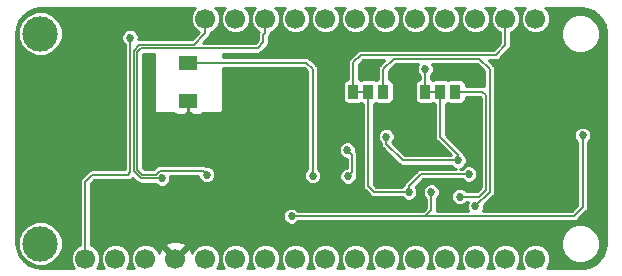
<source format=gbl>
G04 #@! TF.GenerationSoftware,KiCad,Pcbnew,(5.0.0-rc2-dev-444-g2974a2c10)*
G04 #@! TF.CreationDate,2019-11-26T22:46:32-08:00*
G04 #@! TF.ProjectId,Stemma_Host_FeatherWing,5374656D6D615F486F73745F46656174,v01*
G04 #@! TF.SameCoordinates,Original*
G04 #@! TF.FileFunction,Copper,L2,Bot,Signal*
G04 #@! TF.FilePolarity,Positive*
%FSLAX46Y46*%
G04 Gerber Fmt 4.6, Leading zero omitted, Abs format (unit mm)*
G04 Created by KiCad (PCBNEW (5.0.0-rc2-dev-444-g2974a2c10)) date 11/26/19 22:46:32*
%MOMM*%
%LPD*%
G01*
G04 APERTURE LIST*
%ADD10R,0.970000X1.270000*%
%ADD11C,1.700000*%
%ADD12C,3.000000*%
%ADD13R,1.600000X1.200000*%
%ADD14C,0.685800*%
%ADD15C,0.152400*%
%ADD16C,0.254000*%
G04 APERTURE END LIST*
D10*
X136398000Y-91059000D03*
X137668000Y-91059000D03*
X138938000Y-91059000D03*
X145034000Y-91059000D03*
X143764000Y-91059000D03*
X142494000Y-91059000D03*
D11*
X113715001Y-105206001D03*
X116255001Y-105206001D03*
X118795001Y-105206001D03*
X121335001Y-105206001D03*
X123875001Y-105206001D03*
X126415001Y-105206001D03*
X128955001Y-105206001D03*
X131495001Y-105206001D03*
X134035001Y-105206001D03*
X136575001Y-105206001D03*
X139115001Y-105206001D03*
X141655001Y-105206001D03*
X144195001Y-105206001D03*
X146735001Y-105206001D03*
X149275001Y-105206001D03*
X151815001Y-105206001D03*
X123875001Y-84886001D03*
X126415001Y-84886001D03*
X128955001Y-84886001D03*
X131495001Y-84886001D03*
X134035001Y-84886001D03*
X136575001Y-84886001D03*
X139115001Y-84886001D03*
X141655001Y-84886001D03*
X144195001Y-84886001D03*
X146735001Y-84886001D03*
X149275001Y-84886001D03*
X151815001Y-84886001D03*
D12*
X109905001Y-103936001D03*
X109905001Y-86156001D03*
D13*
X122428000Y-91824000D03*
X122428000Y-88624000D03*
D14*
X141097000Y-99568000D03*
X146177000Y-98044000D03*
X139192000Y-94869000D03*
X145269000Y-96882000D03*
X142494000Y-89154000D03*
X135890000Y-96012000D03*
X135951000Y-98232000D03*
X131182254Y-101608746D03*
X155829000Y-94750000D03*
X143002000Y-99568000D03*
X146748501Y-100774499D03*
X145415000Y-99949000D03*
X147955000Y-102870000D03*
X150622000Y-102870000D03*
X140843000Y-92964000D03*
X146400000Y-89550000D03*
X150622000Y-86868000D03*
X113030000Y-85590000D03*
X113030000Y-102870000D03*
X153289000Y-87884000D03*
X153289000Y-102870000D03*
X121666000Y-85590000D03*
X127900000Y-97800000D03*
X146550000Y-96550000D03*
X137600000Y-89000000D03*
X125200000Y-86400000D03*
X132969000Y-98171000D03*
X120200000Y-98400000D03*
X123995190Y-98095190D03*
X117495190Y-86500000D03*
D15*
X145692067Y-98044000D02*
X146177000Y-98044000D01*
X142136067Y-98044000D02*
X145692067Y-98044000D01*
X141097000Y-99083067D02*
X142136067Y-98044000D01*
X141097000Y-99568000D02*
X141097000Y-99083067D01*
X141097000Y-99568000D02*
X138176000Y-99568000D01*
X137668000Y-99060000D02*
X137668000Y-91059000D01*
X138176000Y-99568000D02*
X137668000Y-99060000D01*
X139192000Y-95504000D02*
X139192000Y-94869000D01*
X140570000Y-96882000D02*
X139192000Y-95504000D01*
X145269000Y-96882000D02*
X140570000Y-96882000D01*
X143764000Y-91846400D02*
X143764000Y-91059000D01*
X143764000Y-94892067D02*
X143764000Y-91846400D01*
X145269000Y-96397067D02*
X143764000Y-94892067D01*
X145269000Y-96882000D02*
X145269000Y-96397067D01*
X142494000Y-91059000D02*
X142494000Y-90271600D01*
X142494000Y-90271600D02*
X142494000Y-89154000D01*
X142494000Y-89154000D02*
X142494000Y-89154000D01*
X136232899Y-96354899D02*
X135890000Y-96012000D01*
X136293899Y-96415899D02*
X136232899Y-96354899D01*
X136293899Y-97889101D02*
X136293899Y-96415899D01*
X135951000Y-98232000D02*
X136293899Y-97889101D01*
X131173508Y-101600000D02*
X131182254Y-101608746D01*
X155829000Y-95758000D02*
X155829000Y-95758000D01*
X155829000Y-95758000D02*
X155829000Y-98679000D01*
X131667187Y-101608746D02*
X131675933Y-101600000D01*
X131182254Y-101608746D02*
X131667187Y-101608746D01*
X131675933Y-101600000D02*
X142494000Y-101600000D01*
X142494000Y-101600000D02*
X143002000Y-101092000D01*
X143002000Y-101092000D02*
X143002000Y-99568000D01*
X142494000Y-101600000D02*
X155067000Y-101600000D01*
X155829000Y-100838000D02*
X155829000Y-95758000D01*
X155067000Y-101600000D02*
X155829000Y-100838000D01*
X146748501Y-100774499D02*
X146748501Y-100774499D01*
X138938000Y-89154000D02*
X138938000Y-91059000D01*
X139827000Y-88265000D02*
X138938000Y-89154000D01*
X147066000Y-88265000D02*
X139827000Y-88265000D01*
X147955000Y-89154000D02*
X147066000Y-88265000D01*
X147955000Y-99568000D02*
X147955000Y-89154000D01*
X146748501Y-100774499D02*
X147955000Y-99568000D01*
X145034000Y-91059000D02*
X145671400Y-91059000D01*
X147320000Y-91059000D02*
X147650190Y-91389190D01*
X145671400Y-91059000D02*
X147320000Y-91059000D01*
X147650190Y-91389190D02*
X147650190Y-99314000D01*
X147650190Y-99314000D02*
X147650190Y-99364810D01*
X147650190Y-99364810D02*
X147066000Y-99949000D01*
X147066000Y-99949000D02*
X145415000Y-99949000D01*
X145415000Y-99949000D02*
X145415000Y-99949000D01*
D16*
X122428000Y-91824000D02*
X122428000Y-92928000D01*
D15*
X136398000Y-91059000D02*
X137668000Y-91059000D01*
X149275001Y-87145379D02*
X149275001Y-84886001D01*
X148460190Y-87960190D02*
X149275001Y-87145379D01*
X137039810Y-87960190D02*
X148460190Y-87960190D01*
X136398000Y-88602000D02*
X137039810Y-87960190D01*
X136398000Y-91059000D02*
X136398000Y-88602000D01*
X142494000Y-91059000D02*
X143764000Y-91059000D01*
X155829000Y-95758000D02*
X155829000Y-94750000D01*
X132439000Y-88624000D02*
X122428000Y-88624000D01*
X132969000Y-98171000D02*
X132969000Y-89154000D01*
X132969000Y-89154000D02*
X132439000Y-88624000D01*
X123875001Y-86088082D02*
X123800000Y-86163083D01*
X123875001Y-84886001D02*
X123875001Y-86088082D01*
X123800000Y-86163083D02*
X123800000Y-86200000D01*
X123800000Y-86200000D02*
X122900000Y-87100000D01*
X122900000Y-87100000D02*
X118300000Y-87100000D01*
X118300000Y-87100000D02*
X117800000Y-87600000D01*
X117800000Y-87600000D02*
X117800000Y-97800000D01*
X117800000Y-97800000D02*
X118400000Y-98400000D01*
X118400000Y-98400000D02*
X120200000Y-98400000D01*
X120200000Y-98400000D02*
X120200000Y-98400000D01*
X128955001Y-86088082D02*
X128800000Y-86243083D01*
X128955001Y-84886001D02*
X128955001Y-86088082D01*
X128800000Y-86243083D02*
X128800000Y-86900000D01*
X128295190Y-87404810D02*
X118426256Y-87404810D01*
X128800000Y-86900000D02*
X128295190Y-87404810D01*
X118104810Y-87726256D02*
X118104810Y-97673744D01*
X118426256Y-87404810D02*
X118104810Y-87726256D01*
X118104810Y-97673744D02*
X118526256Y-98095190D01*
X123995190Y-98095190D02*
X123995190Y-98095190D01*
X123652291Y-97752291D02*
X123995190Y-98095190D01*
X120001887Y-97752291D02*
X123652291Y-97752291D01*
X119658988Y-98095190D02*
X120001887Y-97752291D01*
X118526256Y-98095190D02*
X119658988Y-98095190D01*
X113715001Y-105206001D02*
X113715001Y-98684999D01*
X113715001Y-98684999D02*
X114300000Y-98100000D01*
X117300000Y-98100000D02*
X117495190Y-97904810D01*
X114300000Y-98100000D02*
X117300000Y-98100000D01*
X117495190Y-97904810D02*
X117495190Y-86500000D01*
X117495190Y-86500000D02*
X117495190Y-86495190D01*
D16*
G36*
X130451409Y-84188695D02*
X130264001Y-84641140D01*
X130264001Y-85130862D01*
X130451409Y-85583307D01*
X130797695Y-85929593D01*
X131250140Y-86117001D01*
X131739862Y-86117001D01*
X132192307Y-85929593D01*
X132538593Y-85583307D01*
X132726001Y-85130862D01*
X132726001Y-84641140D01*
X132538593Y-84188695D01*
X132346898Y-83997000D01*
X133183104Y-83997000D01*
X132991409Y-84188695D01*
X132804001Y-84641140D01*
X132804001Y-85130862D01*
X132991409Y-85583307D01*
X133337695Y-85929593D01*
X133790140Y-86117001D01*
X134279862Y-86117001D01*
X134732307Y-85929593D01*
X135078593Y-85583307D01*
X135266001Y-85130862D01*
X135266001Y-84641140D01*
X135078593Y-84188695D01*
X134886898Y-83997000D01*
X135723104Y-83997000D01*
X135531409Y-84188695D01*
X135344001Y-84641140D01*
X135344001Y-85130862D01*
X135531409Y-85583307D01*
X135877695Y-85929593D01*
X136330140Y-86117001D01*
X136819862Y-86117001D01*
X137272307Y-85929593D01*
X137618593Y-85583307D01*
X137806001Y-85130862D01*
X137806001Y-84641140D01*
X137618593Y-84188695D01*
X137426898Y-83997000D01*
X138263104Y-83997000D01*
X138071409Y-84188695D01*
X137884001Y-84641140D01*
X137884001Y-85130862D01*
X138071409Y-85583307D01*
X138417695Y-85929593D01*
X138870140Y-86117001D01*
X139359862Y-86117001D01*
X139812307Y-85929593D01*
X140158593Y-85583307D01*
X140346001Y-85130862D01*
X140346001Y-84641140D01*
X140158593Y-84188695D01*
X139966898Y-83997000D01*
X140803104Y-83997000D01*
X140611409Y-84188695D01*
X140424001Y-84641140D01*
X140424001Y-85130862D01*
X140611409Y-85583307D01*
X140957695Y-85929593D01*
X141410140Y-86117001D01*
X141899862Y-86117001D01*
X142352307Y-85929593D01*
X142698593Y-85583307D01*
X142886001Y-85130862D01*
X142886001Y-84641140D01*
X142698593Y-84188695D01*
X142506898Y-83997000D01*
X143343104Y-83997000D01*
X143151409Y-84188695D01*
X142964001Y-84641140D01*
X142964001Y-85130862D01*
X143151409Y-85583307D01*
X143497695Y-85929593D01*
X143950140Y-86117001D01*
X144439862Y-86117001D01*
X144892307Y-85929593D01*
X145238593Y-85583307D01*
X145426001Y-85130862D01*
X145426001Y-84641140D01*
X145238593Y-84188695D01*
X145046898Y-83997000D01*
X145883104Y-83997000D01*
X145691409Y-84188695D01*
X145504001Y-84641140D01*
X145504001Y-85130862D01*
X145691409Y-85583307D01*
X146037695Y-85929593D01*
X146490140Y-86117001D01*
X146979862Y-86117001D01*
X147432307Y-85929593D01*
X147778593Y-85583307D01*
X147966001Y-85130862D01*
X147966001Y-84641140D01*
X147778593Y-84188695D01*
X147586898Y-83997000D01*
X148423104Y-83997000D01*
X148231409Y-84188695D01*
X148044001Y-84641140D01*
X148044001Y-85130862D01*
X148231409Y-85583307D01*
X148577695Y-85929593D01*
X148817801Y-86029048D01*
X148817801Y-86956000D01*
X148270812Y-87502990D01*
X137084838Y-87502990D01*
X137039809Y-87494033D01*
X136994780Y-87502990D01*
X136861419Y-87529517D01*
X136710187Y-87630567D01*
X136684678Y-87668744D01*
X136106552Y-88246870D01*
X136068378Y-88272377D01*
X136042871Y-88310551D01*
X136042870Y-88310552D01*
X135967327Y-88423610D01*
X135931843Y-88602000D01*
X135940801Y-88647035D01*
X135940800Y-90035536D01*
X135913000Y-90035536D01*
X135764341Y-90065106D01*
X135638314Y-90149314D01*
X135554106Y-90275341D01*
X135524536Y-90424000D01*
X135524536Y-91694000D01*
X135554106Y-91842659D01*
X135638314Y-91968686D01*
X135764341Y-92052894D01*
X135913000Y-92082464D01*
X136883000Y-92082464D01*
X137031659Y-92052894D01*
X137033000Y-92051998D01*
X137034341Y-92052894D01*
X137183000Y-92082464D01*
X137210801Y-92082464D01*
X137210800Y-99014970D01*
X137201843Y-99060000D01*
X137210800Y-99105029D01*
X137237327Y-99238390D01*
X137338377Y-99389623D01*
X137376554Y-99415132D01*
X137820868Y-99859446D01*
X137846377Y-99897623D01*
X137997609Y-99998673D01*
X138130970Y-100025200D01*
X138130974Y-100025200D01*
X138175999Y-100034156D01*
X138221024Y-100025200D01*
X140530451Y-100025200D01*
X140686944Y-100181693D01*
X140953007Y-100291900D01*
X141240993Y-100291900D01*
X141507056Y-100181693D01*
X141710693Y-99978056D01*
X141820900Y-99711993D01*
X141820900Y-99424007D01*
X141710693Y-99157944D01*
X141689697Y-99136948D01*
X142325445Y-98501200D01*
X145610451Y-98501200D01*
X145766944Y-98657693D01*
X146033007Y-98767900D01*
X146320993Y-98767900D01*
X146587056Y-98657693D01*
X146790693Y-98454056D01*
X146900900Y-98187993D01*
X146900900Y-97900007D01*
X146790693Y-97633944D01*
X146587056Y-97430307D01*
X146320993Y-97320100D01*
X146033007Y-97320100D01*
X145766944Y-97430307D01*
X145610451Y-97586800D01*
X145459104Y-97586800D01*
X145679056Y-97495693D01*
X145882693Y-97292056D01*
X145992900Y-97025993D01*
X145992900Y-96738007D01*
X145882693Y-96471944D01*
X145717115Y-96306366D01*
X145709545Y-96268307D01*
X145699673Y-96218676D01*
X145598623Y-96067444D01*
X145560446Y-96041935D01*
X144221200Y-94702689D01*
X144221200Y-92082464D01*
X144249000Y-92082464D01*
X144397659Y-92052894D01*
X144399000Y-92051998D01*
X144400341Y-92052894D01*
X144549000Y-92082464D01*
X145519000Y-92082464D01*
X145667659Y-92052894D01*
X145793686Y-91968686D01*
X145877894Y-91842659D01*
X145907464Y-91694000D01*
X145907464Y-91516200D01*
X147130622Y-91516200D01*
X147192990Y-91578569D01*
X147192991Y-99175431D01*
X146876622Y-99491800D01*
X145981549Y-99491800D01*
X145825056Y-99335307D01*
X145558993Y-99225100D01*
X145271007Y-99225100D01*
X145004944Y-99335307D01*
X144801307Y-99538944D01*
X144691100Y-99805007D01*
X144691100Y-100092993D01*
X144801307Y-100359056D01*
X145004944Y-100562693D01*
X145271007Y-100672900D01*
X145558993Y-100672900D01*
X145825056Y-100562693D01*
X145981549Y-100406200D01*
X146117512Y-100406200D01*
X146024601Y-100630506D01*
X146024601Y-100918492D01*
X146117512Y-101142800D01*
X143458052Y-101142800D01*
X143459200Y-101137030D01*
X143459200Y-101137026D01*
X143468156Y-101092001D01*
X143459200Y-101046976D01*
X143459200Y-100134549D01*
X143615693Y-99978056D01*
X143725900Y-99711993D01*
X143725900Y-99424007D01*
X143615693Y-99157944D01*
X143412056Y-98954307D01*
X143145993Y-98844100D01*
X142858007Y-98844100D01*
X142591944Y-98954307D01*
X142388307Y-99157944D01*
X142278100Y-99424007D01*
X142278100Y-99711993D01*
X142388307Y-99978056D01*
X142544801Y-100134550D01*
X142544800Y-100902622D01*
X142304622Y-101142800D01*
X131740057Y-101142800D01*
X131592310Y-100995053D01*
X131326247Y-100884846D01*
X131038261Y-100884846D01*
X130772198Y-100995053D01*
X130568561Y-101198690D01*
X130458354Y-101464753D01*
X130458354Y-101752739D01*
X130568561Y-102018802D01*
X130772198Y-102222439D01*
X131038261Y-102332646D01*
X131326247Y-102332646D01*
X131592310Y-102222439D01*
X131757549Y-102057200D01*
X142448970Y-102057200D01*
X142494000Y-102066157D01*
X142539030Y-102057200D01*
X155021970Y-102057200D01*
X155067000Y-102066157D01*
X155112030Y-102057200D01*
X155245391Y-102030673D01*
X155396623Y-101929623D01*
X155422132Y-101891446D01*
X156120449Y-101193130D01*
X156158623Y-101167623D01*
X156259673Y-101016391D01*
X156286200Y-100883030D01*
X156286200Y-100883029D01*
X156295157Y-100838000D01*
X156286200Y-100792970D01*
X156286200Y-95803029D01*
X156295157Y-95758000D01*
X156286200Y-95712970D01*
X156286200Y-95316549D01*
X156442693Y-95160056D01*
X156552900Y-94893993D01*
X156552900Y-94606007D01*
X156442693Y-94339944D01*
X156239056Y-94136307D01*
X155972993Y-94026100D01*
X155685007Y-94026100D01*
X155418944Y-94136307D01*
X155215307Y-94339944D01*
X155105100Y-94606007D01*
X155105100Y-94893993D01*
X155215307Y-95160056D01*
X155371800Y-95316549D01*
X155371800Y-95712969D01*
X155362843Y-95758000D01*
X155371800Y-95803029D01*
X155371801Y-97237130D01*
X155371800Y-100648621D01*
X154877622Y-101142800D01*
X147379490Y-101142800D01*
X147472401Y-100918492D01*
X147472401Y-100697177D01*
X148246450Y-99923129D01*
X148284623Y-99897623D01*
X148385673Y-99746391D01*
X148412200Y-99613030D01*
X148412200Y-99613029D01*
X148421157Y-99568001D01*
X148412200Y-99522970D01*
X148412200Y-89199030D01*
X148421157Y-89154000D01*
X148385673Y-88975609D01*
X148310130Y-88862551D01*
X148284623Y-88824377D01*
X148246449Y-88798870D01*
X147864969Y-88417390D01*
X148415160Y-88417390D01*
X148460190Y-88426347D01*
X148505220Y-88417390D01*
X148638581Y-88390863D01*
X148789813Y-88289813D01*
X148815322Y-88251636D01*
X149566450Y-87500509D01*
X149604624Y-87475002D01*
X149705674Y-87323770D01*
X149732201Y-87190409D01*
X149732201Y-87190408D01*
X149741158Y-87145379D01*
X149732201Y-87100349D01*
X149732201Y-86029048D01*
X149972307Y-85929593D01*
X150318593Y-85583307D01*
X150506001Y-85130862D01*
X150506001Y-84641140D01*
X150318593Y-84188695D01*
X150126898Y-83997000D01*
X150963104Y-83997000D01*
X150771409Y-84188695D01*
X150584001Y-84641140D01*
X150584001Y-85130862D01*
X150771409Y-85583307D01*
X151117695Y-85929593D01*
X151570140Y-86117001D01*
X152059862Y-86117001D01*
X152512307Y-85929593D01*
X152610325Y-85831575D01*
X153994001Y-85831575D01*
X153994001Y-86480427D01*
X154242306Y-87079888D01*
X154701114Y-87538696D01*
X155300575Y-87787001D01*
X155949427Y-87787001D01*
X156548888Y-87538696D01*
X157007696Y-87079888D01*
X157256001Y-86480427D01*
X157256001Y-85831575D01*
X157007696Y-85232114D01*
X156548888Y-84773306D01*
X155949427Y-84525001D01*
X155300575Y-84525001D01*
X154701114Y-84773306D01*
X154242306Y-85232114D01*
X153994001Y-85831575D01*
X152610325Y-85831575D01*
X152858593Y-85583307D01*
X153046001Y-85130862D01*
X153046001Y-84641140D01*
X152858593Y-84188695D01*
X152666898Y-83997000D01*
X155674887Y-83997000D01*
X156225631Y-84066575D01*
X156716370Y-84260872D01*
X157143366Y-84571103D01*
X157479797Y-84977779D01*
X157704520Y-85455340D01*
X157807267Y-85993957D01*
X157811001Y-86112792D01*
X157811000Y-103858887D01*
X157741425Y-104409632D01*
X157547128Y-104900369D01*
X157236899Y-105327364D01*
X156830222Y-105663796D01*
X156352660Y-105888520D01*
X155814043Y-105991267D01*
X155695240Y-105995000D01*
X152766900Y-105995000D01*
X152858593Y-105903307D01*
X153046001Y-105450862D01*
X153046001Y-104961140D01*
X152858593Y-104508695D01*
X152512307Y-104162409D01*
X152059862Y-103975001D01*
X151570140Y-103975001D01*
X151117695Y-104162409D01*
X150771409Y-104508695D01*
X150584001Y-104961140D01*
X150584001Y-105450862D01*
X150771409Y-105903307D01*
X150863102Y-105995000D01*
X150226900Y-105995000D01*
X150318593Y-105903307D01*
X150506001Y-105450862D01*
X150506001Y-104961140D01*
X150318593Y-104508695D01*
X149972307Y-104162409D01*
X149519862Y-103975001D01*
X149030140Y-103975001D01*
X148577695Y-104162409D01*
X148231409Y-104508695D01*
X148044001Y-104961140D01*
X148044001Y-105450862D01*
X148231409Y-105903307D01*
X148323102Y-105995000D01*
X147686900Y-105995000D01*
X147778593Y-105903307D01*
X147966001Y-105450862D01*
X147966001Y-104961140D01*
X147778593Y-104508695D01*
X147432307Y-104162409D01*
X146979862Y-103975001D01*
X146490140Y-103975001D01*
X146037695Y-104162409D01*
X145691409Y-104508695D01*
X145504001Y-104961140D01*
X145504001Y-105450862D01*
X145691409Y-105903307D01*
X145783102Y-105995000D01*
X145146900Y-105995000D01*
X145238593Y-105903307D01*
X145426001Y-105450862D01*
X145426001Y-104961140D01*
X145238593Y-104508695D01*
X144892307Y-104162409D01*
X144439862Y-103975001D01*
X143950140Y-103975001D01*
X143497695Y-104162409D01*
X143151409Y-104508695D01*
X142964001Y-104961140D01*
X142964001Y-105450862D01*
X143151409Y-105903307D01*
X143243102Y-105995000D01*
X142606900Y-105995000D01*
X142698593Y-105903307D01*
X142886001Y-105450862D01*
X142886001Y-104961140D01*
X142698593Y-104508695D01*
X142352307Y-104162409D01*
X141899862Y-103975001D01*
X141410140Y-103975001D01*
X140957695Y-104162409D01*
X140611409Y-104508695D01*
X140424001Y-104961140D01*
X140424001Y-105450862D01*
X140611409Y-105903307D01*
X140703102Y-105995000D01*
X140066900Y-105995000D01*
X140158593Y-105903307D01*
X140346001Y-105450862D01*
X140346001Y-104961140D01*
X140158593Y-104508695D01*
X139812307Y-104162409D01*
X139359862Y-103975001D01*
X138870140Y-103975001D01*
X138417695Y-104162409D01*
X138071409Y-104508695D01*
X137884001Y-104961140D01*
X137884001Y-105450862D01*
X138071409Y-105903307D01*
X138163102Y-105995000D01*
X137526900Y-105995000D01*
X137618593Y-105903307D01*
X137806001Y-105450862D01*
X137806001Y-104961140D01*
X137618593Y-104508695D01*
X137272307Y-104162409D01*
X136819862Y-103975001D01*
X136330140Y-103975001D01*
X135877695Y-104162409D01*
X135531409Y-104508695D01*
X135344001Y-104961140D01*
X135344001Y-105450862D01*
X135531409Y-105903307D01*
X135623102Y-105995000D01*
X134986900Y-105995000D01*
X135078593Y-105903307D01*
X135266001Y-105450862D01*
X135266001Y-104961140D01*
X135078593Y-104508695D01*
X134732307Y-104162409D01*
X134279862Y-103975001D01*
X133790140Y-103975001D01*
X133337695Y-104162409D01*
X132991409Y-104508695D01*
X132804001Y-104961140D01*
X132804001Y-105450862D01*
X132991409Y-105903307D01*
X133083102Y-105995000D01*
X132446900Y-105995000D01*
X132538593Y-105903307D01*
X132726001Y-105450862D01*
X132726001Y-104961140D01*
X132538593Y-104508695D01*
X132192307Y-104162409D01*
X131739862Y-103975001D01*
X131250140Y-103975001D01*
X130797695Y-104162409D01*
X130451409Y-104508695D01*
X130264001Y-104961140D01*
X130264001Y-105450862D01*
X130451409Y-105903307D01*
X130543102Y-105995000D01*
X129906900Y-105995000D01*
X129998593Y-105903307D01*
X130186001Y-105450862D01*
X130186001Y-104961140D01*
X129998593Y-104508695D01*
X129652307Y-104162409D01*
X129199862Y-103975001D01*
X128710140Y-103975001D01*
X128257695Y-104162409D01*
X127911409Y-104508695D01*
X127724001Y-104961140D01*
X127724001Y-105450862D01*
X127911409Y-105903307D01*
X128003102Y-105995000D01*
X127366900Y-105995000D01*
X127458593Y-105903307D01*
X127646001Y-105450862D01*
X127646001Y-104961140D01*
X127458593Y-104508695D01*
X127112307Y-104162409D01*
X126659862Y-103975001D01*
X126170140Y-103975001D01*
X125717695Y-104162409D01*
X125371409Y-104508695D01*
X125184001Y-104961140D01*
X125184001Y-105450862D01*
X125371409Y-105903307D01*
X125463102Y-105995000D01*
X124826900Y-105995000D01*
X124918593Y-105903307D01*
X125106001Y-105450862D01*
X125106001Y-104961140D01*
X124918593Y-104508695D01*
X124572307Y-104162409D01*
X124119862Y-103975001D01*
X123630140Y-103975001D01*
X123177695Y-104162409D01*
X122831409Y-104508695D01*
X122748806Y-104708117D01*
X122630260Y-104421921D01*
X122378959Y-104341648D01*
X121514606Y-105206001D01*
X121528749Y-105220144D01*
X121349144Y-105399749D01*
X121335001Y-105385606D01*
X121320859Y-105399749D01*
X121141254Y-105220144D01*
X121155396Y-105206001D01*
X120291043Y-104341648D01*
X120039742Y-104421921D01*
X119929047Y-104727072D01*
X119838593Y-104508695D01*
X119492307Y-104162409D01*
X119491424Y-104162043D01*
X120470648Y-104162043D01*
X121335001Y-105026396D01*
X122199354Y-104162043D01*
X122119081Y-103910742D01*
X121563722Y-103709283D01*
X120973543Y-103735686D01*
X120550921Y-103910742D01*
X120470648Y-104162043D01*
X119491424Y-104162043D01*
X119039862Y-103975001D01*
X118550140Y-103975001D01*
X118097695Y-104162409D01*
X117751409Y-104508695D01*
X117564001Y-104961140D01*
X117564001Y-105450862D01*
X117751409Y-105903307D01*
X117843102Y-105995000D01*
X117206900Y-105995000D01*
X117298593Y-105903307D01*
X117486001Y-105450862D01*
X117486001Y-104961140D01*
X117298593Y-104508695D01*
X116952307Y-104162409D01*
X116499862Y-103975001D01*
X116010140Y-103975001D01*
X115557695Y-104162409D01*
X115211409Y-104508695D01*
X115024001Y-104961140D01*
X115024001Y-105450862D01*
X115211409Y-105903307D01*
X115303102Y-105995000D01*
X114666900Y-105995000D01*
X114758593Y-105903307D01*
X114946001Y-105450862D01*
X114946001Y-104961140D01*
X114758593Y-104508695D01*
X114412307Y-104162409D01*
X114172201Y-104062954D01*
X114172201Y-103611575D01*
X153994001Y-103611575D01*
X153994001Y-104260427D01*
X154242306Y-104859888D01*
X154701114Y-105318696D01*
X155300575Y-105567001D01*
X155949427Y-105567001D01*
X156548888Y-105318696D01*
X157007696Y-104859888D01*
X157256001Y-104260427D01*
X157256001Y-103611575D01*
X157007696Y-103012114D01*
X156548888Y-102553306D01*
X155949427Y-102305001D01*
X155300575Y-102305001D01*
X154701114Y-102553306D01*
X154242306Y-103012114D01*
X153994001Y-103611575D01*
X114172201Y-103611575D01*
X114172201Y-98874377D01*
X114489378Y-98557200D01*
X117254970Y-98557200D01*
X117300000Y-98566157D01*
X117345030Y-98557200D01*
X117478391Y-98530673D01*
X117629623Y-98429623D01*
X117655133Y-98391445D01*
X117700000Y-98346578D01*
X118044870Y-98691449D01*
X118070377Y-98729623D01*
X118204274Y-98819090D01*
X118221609Y-98830673D01*
X118399999Y-98866157D01*
X118445029Y-98857200D01*
X119633451Y-98857200D01*
X119789944Y-99013693D01*
X120056007Y-99123900D01*
X120343993Y-99123900D01*
X120610056Y-99013693D01*
X120813693Y-98810056D01*
X120923900Y-98543993D01*
X120923900Y-98256007D01*
X120904632Y-98209491D01*
X123271290Y-98209491D01*
X123271290Y-98239183D01*
X123381497Y-98505246D01*
X123585134Y-98708883D01*
X123851197Y-98819090D01*
X124139183Y-98819090D01*
X124405246Y-98708883D01*
X124608883Y-98505246D01*
X124719090Y-98239183D01*
X124719090Y-97951197D01*
X124608883Y-97685134D01*
X124405246Y-97481497D01*
X124139183Y-97371290D01*
X123905021Y-97371290D01*
X123830682Y-97321618D01*
X123697321Y-97295091D01*
X123652291Y-97286134D01*
X123607261Y-97295091D01*
X120046915Y-97295091D01*
X120001886Y-97286134D01*
X119956857Y-97295091D01*
X119823496Y-97321618D01*
X119672264Y-97422668D01*
X119646755Y-97460845D01*
X119469610Y-97637990D01*
X118715634Y-97637990D01*
X118562010Y-97484366D01*
X118562010Y-87915634D01*
X118615635Y-87862010D01*
X119511374Y-87862010D01*
X119507000Y-87884000D01*
X119507000Y-92710000D01*
X119516667Y-92758601D01*
X119544197Y-92799803D01*
X119585399Y-92827333D01*
X119634000Y-92837000D01*
X121142974Y-92837000D01*
X121268302Y-92962327D01*
X121501691Y-93059000D01*
X122142250Y-93059000D01*
X122301000Y-92900250D01*
X122301000Y-92837000D01*
X122555000Y-92837000D01*
X122555000Y-92900250D01*
X122713750Y-93059000D01*
X123354309Y-93059000D01*
X123587698Y-92962327D01*
X123713026Y-92837000D01*
X125222000Y-92837000D01*
X125270601Y-92827333D01*
X125311803Y-92799803D01*
X125339333Y-92758601D01*
X125349000Y-92710000D01*
X125349000Y-89081200D01*
X132249622Y-89081200D01*
X132511801Y-89343380D01*
X132511800Y-97604451D01*
X132355307Y-97760944D01*
X132245100Y-98027007D01*
X132245100Y-98314993D01*
X132355307Y-98581056D01*
X132558944Y-98784693D01*
X132825007Y-98894900D01*
X133112993Y-98894900D01*
X133379056Y-98784693D01*
X133582693Y-98581056D01*
X133692900Y-98314993D01*
X133692900Y-98027007D01*
X133582693Y-97760944D01*
X133426200Y-97604451D01*
X133426200Y-95868007D01*
X135166100Y-95868007D01*
X135166100Y-96155993D01*
X135276307Y-96422056D01*
X135479944Y-96625693D01*
X135746007Y-96735900D01*
X135836700Y-96735900D01*
X135836699Y-97508100D01*
X135807007Y-97508100D01*
X135540944Y-97618307D01*
X135337307Y-97821944D01*
X135227100Y-98088007D01*
X135227100Y-98375993D01*
X135337307Y-98642056D01*
X135540944Y-98845693D01*
X135807007Y-98955900D01*
X136094993Y-98955900D01*
X136361056Y-98845693D01*
X136564693Y-98642056D01*
X136674900Y-98375993D01*
X136674900Y-98141831D01*
X136724572Y-98067492D01*
X136751099Y-97934131D01*
X136751099Y-97934130D01*
X136760056Y-97889102D01*
X136751099Y-97844073D01*
X136751099Y-96460928D01*
X136760056Y-96415898D01*
X136724572Y-96237509D01*
X136724572Y-96237508D01*
X136623522Y-96086276D01*
X136613900Y-96079847D01*
X136613900Y-95868007D01*
X136503693Y-95601944D01*
X136300056Y-95398307D01*
X136033993Y-95288100D01*
X135746007Y-95288100D01*
X135479944Y-95398307D01*
X135276307Y-95601944D01*
X135166100Y-95868007D01*
X133426200Y-95868007D01*
X133426200Y-89199029D01*
X133435157Y-89153999D01*
X133399673Y-88975609D01*
X133324130Y-88862551D01*
X133298623Y-88824377D01*
X133260449Y-88798870D01*
X132794132Y-88332554D01*
X132768623Y-88294377D01*
X132617391Y-88193327D01*
X132484030Y-88166800D01*
X132439000Y-88157843D01*
X132393970Y-88166800D01*
X125349000Y-88166800D01*
X125349000Y-87884000D01*
X125344626Y-87862010D01*
X128250160Y-87862010D01*
X128295190Y-87870967D01*
X128340220Y-87862010D01*
X128473581Y-87835483D01*
X128624813Y-87734433D01*
X128650322Y-87696256D01*
X129091449Y-87255130D01*
X129129623Y-87229623D01*
X129230673Y-87078391D01*
X129257200Y-86945030D01*
X129266157Y-86900001D01*
X129257200Y-86854971D01*
X129257200Y-86436029D01*
X129284624Y-86417705D01*
X129385674Y-86266473D01*
X129412201Y-86133112D01*
X129421158Y-86088082D01*
X129412201Y-86043052D01*
X129412201Y-86029048D01*
X129652307Y-85929593D01*
X129998593Y-85583307D01*
X130186001Y-85130862D01*
X130186001Y-84641140D01*
X129998593Y-84188695D01*
X129806898Y-83997000D01*
X130643104Y-83997000D01*
X130451409Y-84188695D01*
X130451409Y-84188695D01*
G37*
X130451409Y-84188695D02*
X130264001Y-84641140D01*
X130264001Y-85130862D01*
X130451409Y-85583307D01*
X130797695Y-85929593D01*
X131250140Y-86117001D01*
X131739862Y-86117001D01*
X132192307Y-85929593D01*
X132538593Y-85583307D01*
X132726001Y-85130862D01*
X132726001Y-84641140D01*
X132538593Y-84188695D01*
X132346898Y-83997000D01*
X133183104Y-83997000D01*
X132991409Y-84188695D01*
X132804001Y-84641140D01*
X132804001Y-85130862D01*
X132991409Y-85583307D01*
X133337695Y-85929593D01*
X133790140Y-86117001D01*
X134279862Y-86117001D01*
X134732307Y-85929593D01*
X135078593Y-85583307D01*
X135266001Y-85130862D01*
X135266001Y-84641140D01*
X135078593Y-84188695D01*
X134886898Y-83997000D01*
X135723104Y-83997000D01*
X135531409Y-84188695D01*
X135344001Y-84641140D01*
X135344001Y-85130862D01*
X135531409Y-85583307D01*
X135877695Y-85929593D01*
X136330140Y-86117001D01*
X136819862Y-86117001D01*
X137272307Y-85929593D01*
X137618593Y-85583307D01*
X137806001Y-85130862D01*
X137806001Y-84641140D01*
X137618593Y-84188695D01*
X137426898Y-83997000D01*
X138263104Y-83997000D01*
X138071409Y-84188695D01*
X137884001Y-84641140D01*
X137884001Y-85130862D01*
X138071409Y-85583307D01*
X138417695Y-85929593D01*
X138870140Y-86117001D01*
X139359862Y-86117001D01*
X139812307Y-85929593D01*
X140158593Y-85583307D01*
X140346001Y-85130862D01*
X140346001Y-84641140D01*
X140158593Y-84188695D01*
X139966898Y-83997000D01*
X140803104Y-83997000D01*
X140611409Y-84188695D01*
X140424001Y-84641140D01*
X140424001Y-85130862D01*
X140611409Y-85583307D01*
X140957695Y-85929593D01*
X141410140Y-86117001D01*
X141899862Y-86117001D01*
X142352307Y-85929593D01*
X142698593Y-85583307D01*
X142886001Y-85130862D01*
X142886001Y-84641140D01*
X142698593Y-84188695D01*
X142506898Y-83997000D01*
X143343104Y-83997000D01*
X143151409Y-84188695D01*
X142964001Y-84641140D01*
X142964001Y-85130862D01*
X143151409Y-85583307D01*
X143497695Y-85929593D01*
X143950140Y-86117001D01*
X144439862Y-86117001D01*
X144892307Y-85929593D01*
X145238593Y-85583307D01*
X145426001Y-85130862D01*
X145426001Y-84641140D01*
X145238593Y-84188695D01*
X145046898Y-83997000D01*
X145883104Y-83997000D01*
X145691409Y-84188695D01*
X145504001Y-84641140D01*
X145504001Y-85130862D01*
X145691409Y-85583307D01*
X146037695Y-85929593D01*
X146490140Y-86117001D01*
X146979862Y-86117001D01*
X147432307Y-85929593D01*
X147778593Y-85583307D01*
X147966001Y-85130862D01*
X147966001Y-84641140D01*
X147778593Y-84188695D01*
X147586898Y-83997000D01*
X148423104Y-83997000D01*
X148231409Y-84188695D01*
X148044001Y-84641140D01*
X148044001Y-85130862D01*
X148231409Y-85583307D01*
X148577695Y-85929593D01*
X148817801Y-86029048D01*
X148817801Y-86956000D01*
X148270812Y-87502990D01*
X137084838Y-87502990D01*
X137039809Y-87494033D01*
X136994780Y-87502990D01*
X136861419Y-87529517D01*
X136710187Y-87630567D01*
X136684678Y-87668744D01*
X136106552Y-88246870D01*
X136068378Y-88272377D01*
X136042871Y-88310551D01*
X136042870Y-88310552D01*
X135967327Y-88423610D01*
X135931843Y-88602000D01*
X135940801Y-88647035D01*
X135940800Y-90035536D01*
X135913000Y-90035536D01*
X135764341Y-90065106D01*
X135638314Y-90149314D01*
X135554106Y-90275341D01*
X135524536Y-90424000D01*
X135524536Y-91694000D01*
X135554106Y-91842659D01*
X135638314Y-91968686D01*
X135764341Y-92052894D01*
X135913000Y-92082464D01*
X136883000Y-92082464D01*
X137031659Y-92052894D01*
X137033000Y-92051998D01*
X137034341Y-92052894D01*
X137183000Y-92082464D01*
X137210801Y-92082464D01*
X137210800Y-99014970D01*
X137201843Y-99060000D01*
X137210800Y-99105029D01*
X137237327Y-99238390D01*
X137338377Y-99389623D01*
X137376554Y-99415132D01*
X137820868Y-99859446D01*
X137846377Y-99897623D01*
X137997609Y-99998673D01*
X138130970Y-100025200D01*
X138130974Y-100025200D01*
X138175999Y-100034156D01*
X138221024Y-100025200D01*
X140530451Y-100025200D01*
X140686944Y-100181693D01*
X140953007Y-100291900D01*
X141240993Y-100291900D01*
X141507056Y-100181693D01*
X141710693Y-99978056D01*
X141820900Y-99711993D01*
X141820900Y-99424007D01*
X141710693Y-99157944D01*
X141689697Y-99136948D01*
X142325445Y-98501200D01*
X145610451Y-98501200D01*
X145766944Y-98657693D01*
X146033007Y-98767900D01*
X146320993Y-98767900D01*
X146587056Y-98657693D01*
X146790693Y-98454056D01*
X146900900Y-98187993D01*
X146900900Y-97900007D01*
X146790693Y-97633944D01*
X146587056Y-97430307D01*
X146320993Y-97320100D01*
X146033007Y-97320100D01*
X145766944Y-97430307D01*
X145610451Y-97586800D01*
X145459104Y-97586800D01*
X145679056Y-97495693D01*
X145882693Y-97292056D01*
X145992900Y-97025993D01*
X145992900Y-96738007D01*
X145882693Y-96471944D01*
X145717115Y-96306366D01*
X145709545Y-96268307D01*
X145699673Y-96218676D01*
X145598623Y-96067444D01*
X145560446Y-96041935D01*
X144221200Y-94702689D01*
X144221200Y-92082464D01*
X144249000Y-92082464D01*
X144397659Y-92052894D01*
X144399000Y-92051998D01*
X144400341Y-92052894D01*
X144549000Y-92082464D01*
X145519000Y-92082464D01*
X145667659Y-92052894D01*
X145793686Y-91968686D01*
X145877894Y-91842659D01*
X145907464Y-91694000D01*
X145907464Y-91516200D01*
X147130622Y-91516200D01*
X147192990Y-91578569D01*
X147192991Y-99175431D01*
X146876622Y-99491800D01*
X145981549Y-99491800D01*
X145825056Y-99335307D01*
X145558993Y-99225100D01*
X145271007Y-99225100D01*
X145004944Y-99335307D01*
X144801307Y-99538944D01*
X144691100Y-99805007D01*
X144691100Y-100092993D01*
X144801307Y-100359056D01*
X145004944Y-100562693D01*
X145271007Y-100672900D01*
X145558993Y-100672900D01*
X145825056Y-100562693D01*
X145981549Y-100406200D01*
X146117512Y-100406200D01*
X146024601Y-100630506D01*
X146024601Y-100918492D01*
X146117512Y-101142800D01*
X143458052Y-101142800D01*
X143459200Y-101137030D01*
X143459200Y-101137026D01*
X143468156Y-101092001D01*
X143459200Y-101046976D01*
X143459200Y-100134549D01*
X143615693Y-99978056D01*
X143725900Y-99711993D01*
X143725900Y-99424007D01*
X143615693Y-99157944D01*
X143412056Y-98954307D01*
X143145993Y-98844100D01*
X142858007Y-98844100D01*
X142591944Y-98954307D01*
X142388307Y-99157944D01*
X142278100Y-99424007D01*
X142278100Y-99711993D01*
X142388307Y-99978056D01*
X142544801Y-100134550D01*
X142544800Y-100902622D01*
X142304622Y-101142800D01*
X131740057Y-101142800D01*
X131592310Y-100995053D01*
X131326247Y-100884846D01*
X131038261Y-100884846D01*
X130772198Y-100995053D01*
X130568561Y-101198690D01*
X130458354Y-101464753D01*
X130458354Y-101752739D01*
X130568561Y-102018802D01*
X130772198Y-102222439D01*
X131038261Y-102332646D01*
X131326247Y-102332646D01*
X131592310Y-102222439D01*
X131757549Y-102057200D01*
X142448970Y-102057200D01*
X142494000Y-102066157D01*
X142539030Y-102057200D01*
X155021970Y-102057200D01*
X155067000Y-102066157D01*
X155112030Y-102057200D01*
X155245391Y-102030673D01*
X155396623Y-101929623D01*
X155422132Y-101891446D01*
X156120449Y-101193130D01*
X156158623Y-101167623D01*
X156259673Y-101016391D01*
X156286200Y-100883030D01*
X156286200Y-100883029D01*
X156295157Y-100838000D01*
X156286200Y-100792970D01*
X156286200Y-95803029D01*
X156295157Y-95758000D01*
X156286200Y-95712970D01*
X156286200Y-95316549D01*
X156442693Y-95160056D01*
X156552900Y-94893993D01*
X156552900Y-94606007D01*
X156442693Y-94339944D01*
X156239056Y-94136307D01*
X155972993Y-94026100D01*
X155685007Y-94026100D01*
X155418944Y-94136307D01*
X155215307Y-94339944D01*
X155105100Y-94606007D01*
X155105100Y-94893993D01*
X155215307Y-95160056D01*
X155371800Y-95316549D01*
X155371800Y-95712969D01*
X155362843Y-95758000D01*
X155371800Y-95803029D01*
X155371801Y-97237130D01*
X155371800Y-100648621D01*
X154877622Y-101142800D01*
X147379490Y-101142800D01*
X147472401Y-100918492D01*
X147472401Y-100697177D01*
X148246450Y-99923129D01*
X148284623Y-99897623D01*
X148385673Y-99746391D01*
X148412200Y-99613030D01*
X148412200Y-99613029D01*
X148421157Y-99568001D01*
X148412200Y-99522970D01*
X148412200Y-89199030D01*
X148421157Y-89154000D01*
X148385673Y-88975609D01*
X148310130Y-88862551D01*
X148284623Y-88824377D01*
X148246449Y-88798870D01*
X147864969Y-88417390D01*
X148415160Y-88417390D01*
X148460190Y-88426347D01*
X148505220Y-88417390D01*
X148638581Y-88390863D01*
X148789813Y-88289813D01*
X148815322Y-88251636D01*
X149566450Y-87500509D01*
X149604624Y-87475002D01*
X149705674Y-87323770D01*
X149732201Y-87190409D01*
X149732201Y-87190408D01*
X149741158Y-87145379D01*
X149732201Y-87100349D01*
X149732201Y-86029048D01*
X149972307Y-85929593D01*
X150318593Y-85583307D01*
X150506001Y-85130862D01*
X150506001Y-84641140D01*
X150318593Y-84188695D01*
X150126898Y-83997000D01*
X150963104Y-83997000D01*
X150771409Y-84188695D01*
X150584001Y-84641140D01*
X150584001Y-85130862D01*
X150771409Y-85583307D01*
X151117695Y-85929593D01*
X151570140Y-86117001D01*
X152059862Y-86117001D01*
X152512307Y-85929593D01*
X152610325Y-85831575D01*
X153994001Y-85831575D01*
X153994001Y-86480427D01*
X154242306Y-87079888D01*
X154701114Y-87538696D01*
X155300575Y-87787001D01*
X155949427Y-87787001D01*
X156548888Y-87538696D01*
X157007696Y-87079888D01*
X157256001Y-86480427D01*
X157256001Y-85831575D01*
X157007696Y-85232114D01*
X156548888Y-84773306D01*
X155949427Y-84525001D01*
X155300575Y-84525001D01*
X154701114Y-84773306D01*
X154242306Y-85232114D01*
X153994001Y-85831575D01*
X152610325Y-85831575D01*
X152858593Y-85583307D01*
X153046001Y-85130862D01*
X153046001Y-84641140D01*
X152858593Y-84188695D01*
X152666898Y-83997000D01*
X155674887Y-83997000D01*
X156225631Y-84066575D01*
X156716370Y-84260872D01*
X157143366Y-84571103D01*
X157479797Y-84977779D01*
X157704520Y-85455340D01*
X157807267Y-85993957D01*
X157811001Y-86112792D01*
X157811000Y-103858887D01*
X157741425Y-104409632D01*
X157547128Y-104900369D01*
X157236899Y-105327364D01*
X156830222Y-105663796D01*
X156352660Y-105888520D01*
X155814043Y-105991267D01*
X155695240Y-105995000D01*
X152766900Y-105995000D01*
X152858593Y-105903307D01*
X153046001Y-105450862D01*
X153046001Y-104961140D01*
X152858593Y-104508695D01*
X152512307Y-104162409D01*
X152059862Y-103975001D01*
X151570140Y-103975001D01*
X151117695Y-104162409D01*
X150771409Y-104508695D01*
X150584001Y-104961140D01*
X150584001Y-105450862D01*
X150771409Y-105903307D01*
X150863102Y-105995000D01*
X150226900Y-105995000D01*
X150318593Y-105903307D01*
X150506001Y-105450862D01*
X150506001Y-104961140D01*
X150318593Y-104508695D01*
X149972307Y-104162409D01*
X149519862Y-103975001D01*
X149030140Y-103975001D01*
X148577695Y-104162409D01*
X148231409Y-104508695D01*
X148044001Y-104961140D01*
X148044001Y-105450862D01*
X148231409Y-105903307D01*
X148323102Y-105995000D01*
X147686900Y-105995000D01*
X147778593Y-105903307D01*
X147966001Y-105450862D01*
X147966001Y-104961140D01*
X147778593Y-104508695D01*
X147432307Y-104162409D01*
X146979862Y-103975001D01*
X146490140Y-103975001D01*
X146037695Y-104162409D01*
X145691409Y-104508695D01*
X145504001Y-104961140D01*
X145504001Y-105450862D01*
X145691409Y-105903307D01*
X145783102Y-105995000D01*
X145146900Y-105995000D01*
X145238593Y-105903307D01*
X145426001Y-105450862D01*
X145426001Y-104961140D01*
X145238593Y-104508695D01*
X144892307Y-104162409D01*
X144439862Y-103975001D01*
X143950140Y-103975001D01*
X143497695Y-104162409D01*
X143151409Y-104508695D01*
X142964001Y-104961140D01*
X142964001Y-105450862D01*
X143151409Y-105903307D01*
X143243102Y-105995000D01*
X142606900Y-105995000D01*
X142698593Y-105903307D01*
X142886001Y-105450862D01*
X142886001Y-104961140D01*
X142698593Y-104508695D01*
X142352307Y-104162409D01*
X141899862Y-103975001D01*
X141410140Y-103975001D01*
X140957695Y-104162409D01*
X140611409Y-104508695D01*
X140424001Y-104961140D01*
X140424001Y-105450862D01*
X140611409Y-105903307D01*
X140703102Y-105995000D01*
X140066900Y-105995000D01*
X140158593Y-105903307D01*
X140346001Y-105450862D01*
X140346001Y-104961140D01*
X140158593Y-104508695D01*
X139812307Y-104162409D01*
X139359862Y-103975001D01*
X138870140Y-103975001D01*
X138417695Y-104162409D01*
X138071409Y-104508695D01*
X137884001Y-104961140D01*
X137884001Y-105450862D01*
X138071409Y-105903307D01*
X138163102Y-105995000D01*
X137526900Y-105995000D01*
X137618593Y-105903307D01*
X137806001Y-105450862D01*
X137806001Y-104961140D01*
X137618593Y-104508695D01*
X137272307Y-104162409D01*
X136819862Y-103975001D01*
X136330140Y-103975001D01*
X135877695Y-104162409D01*
X135531409Y-104508695D01*
X135344001Y-104961140D01*
X135344001Y-105450862D01*
X135531409Y-105903307D01*
X135623102Y-105995000D01*
X134986900Y-105995000D01*
X135078593Y-105903307D01*
X135266001Y-105450862D01*
X135266001Y-104961140D01*
X135078593Y-104508695D01*
X134732307Y-104162409D01*
X134279862Y-103975001D01*
X133790140Y-103975001D01*
X133337695Y-104162409D01*
X132991409Y-104508695D01*
X132804001Y-104961140D01*
X132804001Y-105450862D01*
X132991409Y-105903307D01*
X133083102Y-105995000D01*
X132446900Y-105995000D01*
X132538593Y-105903307D01*
X132726001Y-105450862D01*
X132726001Y-104961140D01*
X132538593Y-104508695D01*
X132192307Y-104162409D01*
X131739862Y-103975001D01*
X131250140Y-103975001D01*
X130797695Y-104162409D01*
X130451409Y-104508695D01*
X130264001Y-104961140D01*
X130264001Y-105450862D01*
X130451409Y-105903307D01*
X130543102Y-105995000D01*
X129906900Y-105995000D01*
X129998593Y-105903307D01*
X130186001Y-105450862D01*
X130186001Y-104961140D01*
X129998593Y-104508695D01*
X129652307Y-104162409D01*
X129199862Y-103975001D01*
X128710140Y-103975001D01*
X128257695Y-104162409D01*
X127911409Y-104508695D01*
X127724001Y-104961140D01*
X127724001Y-105450862D01*
X127911409Y-105903307D01*
X128003102Y-105995000D01*
X127366900Y-105995000D01*
X127458593Y-105903307D01*
X127646001Y-105450862D01*
X127646001Y-104961140D01*
X127458593Y-104508695D01*
X127112307Y-104162409D01*
X126659862Y-103975001D01*
X126170140Y-103975001D01*
X125717695Y-104162409D01*
X125371409Y-104508695D01*
X125184001Y-104961140D01*
X125184001Y-105450862D01*
X125371409Y-105903307D01*
X125463102Y-105995000D01*
X124826900Y-105995000D01*
X124918593Y-105903307D01*
X125106001Y-105450862D01*
X125106001Y-104961140D01*
X124918593Y-104508695D01*
X124572307Y-104162409D01*
X124119862Y-103975001D01*
X123630140Y-103975001D01*
X123177695Y-104162409D01*
X122831409Y-104508695D01*
X122748806Y-104708117D01*
X122630260Y-104421921D01*
X122378959Y-104341648D01*
X121514606Y-105206001D01*
X121528749Y-105220144D01*
X121349144Y-105399749D01*
X121335001Y-105385606D01*
X121320859Y-105399749D01*
X121141254Y-105220144D01*
X121155396Y-105206001D01*
X120291043Y-104341648D01*
X120039742Y-104421921D01*
X119929047Y-104727072D01*
X119838593Y-104508695D01*
X119492307Y-104162409D01*
X119491424Y-104162043D01*
X120470648Y-104162043D01*
X121335001Y-105026396D01*
X122199354Y-104162043D01*
X122119081Y-103910742D01*
X121563722Y-103709283D01*
X120973543Y-103735686D01*
X120550921Y-103910742D01*
X120470648Y-104162043D01*
X119491424Y-104162043D01*
X119039862Y-103975001D01*
X118550140Y-103975001D01*
X118097695Y-104162409D01*
X117751409Y-104508695D01*
X117564001Y-104961140D01*
X117564001Y-105450862D01*
X117751409Y-105903307D01*
X117843102Y-105995000D01*
X117206900Y-105995000D01*
X117298593Y-105903307D01*
X117486001Y-105450862D01*
X117486001Y-104961140D01*
X117298593Y-104508695D01*
X116952307Y-104162409D01*
X116499862Y-103975001D01*
X116010140Y-103975001D01*
X115557695Y-104162409D01*
X115211409Y-104508695D01*
X115024001Y-104961140D01*
X115024001Y-105450862D01*
X115211409Y-105903307D01*
X115303102Y-105995000D01*
X114666900Y-105995000D01*
X114758593Y-105903307D01*
X114946001Y-105450862D01*
X114946001Y-104961140D01*
X114758593Y-104508695D01*
X114412307Y-104162409D01*
X114172201Y-104062954D01*
X114172201Y-103611575D01*
X153994001Y-103611575D01*
X153994001Y-104260427D01*
X154242306Y-104859888D01*
X154701114Y-105318696D01*
X155300575Y-105567001D01*
X155949427Y-105567001D01*
X156548888Y-105318696D01*
X157007696Y-104859888D01*
X157256001Y-104260427D01*
X157256001Y-103611575D01*
X157007696Y-103012114D01*
X156548888Y-102553306D01*
X155949427Y-102305001D01*
X155300575Y-102305001D01*
X154701114Y-102553306D01*
X154242306Y-103012114D01*
X153994001Y-103611575D01*
X114172201Y-103611575D01*
X114172201Y-98874377D01*
X114489378Y-98557200D01*
X117254970Y-98557200D01*
X117300000Y-98566157D01*
X117345030Y-98557200D01*
X117478391Y-98530673D01*
X117629623Y-98429623D01*
X117655133Y-98391445D01*
X117700000Y-98346578D01*
X118044870Y-98691449D01*
X118070377Y-98729623D01*
X118204274Y-98819090D01*
X118221609Y-98830673D01*
X118399999Y-98866157D01*
X118445029Y-98857200D01*
X119633451Y-98857200D01*
X119789944Y-99013693D01*
X120056007Y-99123900D01*
X120343993Y-99123900D01*
X120610056Y-99013693D01*
X120813693Y-98810056D01*
X120923900Y-98543993D01*
X120923900Y-98256007D01*
X120904632Y-98209491D01*
X123271290Y-98209491D01*
X123271290Y-98239183D01*
X123381497Y-98505246D01*
X123585134Y-98708883D01*
X123851197Y-98819090D01*
X124139183Y-98819090D01*
X124405246Y-98708883D01*
X124608883Y-98505246D01*
X124719090Y-98239183D01*
X124719090Y-97951197D01*
X124608883Y-97685134D01*
X124405246Y-97481497D01*
X124139183Y-97371290D01*
X123905021Y-97371290D01*
X123830682Y-97321618D01*
X123697321Y-97295091D01*
X123652291Y-97286134D01*
X123607261Y-97295091D01*
X120046915Y-97295091D01*
X120001886Y-97286134D01*
X119956857Y-97295091D01*
X119823496Y-97321618D01*
X119672264Y-97422668D01*
X119646755Y-97460845D01*
X119469610Y-97637990D01*
X118715634Y-97637990D01*
X118562010Y-97484366D01*
X118562010Y-87915634D01*
X118615635Y-87862010D01*
X119511374Y-87862010D01*
X119507000Y-87884000D01*
X119507000Y-92710000D01*
X119516667Y-92758601D01*
X119544197Y-92799803D01*
X119585399Y-92827333D01*
X119634000Y-92837000D01*
X121142974Y-92837000D01*
X121268302Y-92962327D01*
X121501691Y-93059000D01*
X122142250Y-93059000D01*
X122301000Y-92900250D01*
X122301000Y-92837000D01*
X122555000Y-92837000D01*
X122555000Y-92900250D01*
X122713750Y-93059000D01*
X123354309Y-93059000D01*
X123587698Y-92962327D01*
X123713026Y-92837000D01*
X125222000Y-92837000D01*
X125270601Y-92827333D01*
X125311803Y-92799803D01*
X125339333Y-92758601D01*
X125349000Y-92710000D01*
X125349000Y-89081200D01*
X132249622Y-89081200D01*
X132511801Y-89343380D01*
X132511800Y-97604451D01*
X132355307Y-97760944D01*
X132245100Y-98027007D01*
X132245100Y-98314993D01*
X132355307Y-98581056D01*
X132558944Y-98784693D01*
X132825007Y-98894900D01*
X133112993Y-98894900D01*
X133379056Y-98784693D01*
X133582693Y-98581056D01*
X133692900Y-98314993D01*
X133692900Y-98027007D01*
X133582693Y-97760944D01*
X133426200Y-97604451D01*
X133426200Y-95868007D01*
X135166100Y-95868007D01*
X135166100Y-96155993D01*
X135276307Y-96422056D01*
X135479944Y-96625693D01*
X135746007Y-96735900D01*
X135836700Y-96735900D01*
X135836699Y-97508100D01*
X135807007Y-97508100D01*
X135540944Y-97618307D01*
X135337307Y-97821944D01*
X135227100Y-98088007D01*
X135227100Y-98375993D01*
X135337307Y-98642056D01*
X135540944Y-98845693D01*
X135807007Y-98955900D01*
X136094993Y-98955900D01*
X136361056Y-98845693D01*
X136564693Y-98642056D01*
X136674900Y-98375993D01*
X136674900Y-98141831D01*
X136724572Y-98067492D01*
X136751099Y-97934131D01*
X136751099Y-97934130D01*
X136760056Y-97889102D01*
X136751099Y-97844073D01*
X136751099Y-96460928D01*
X136760056Y-96415898D01*
X136724572Y-96237509D01*
X136724572Y-96237508D01*
X136623522Y-96086276D01*
X136613900Y-96079847D01*
X136613900Y-95868007D01*
X136503693Y-95601944D01*
X136300056Y-95398307D01*
X136033993Y-95288100D01*
X135746007Y-95288100D01*
X135479944Y-95398307D01*
X135276307Y-95601944D01*
X135166100Y-95868007D01*
X133426200Y-95868007D01*
X133426200Y-89199029D01*
X133435157Y-89153999D01*
X133399673Y-88975609D01*
X133324130Y-88862551D01*
X133298623Y-88824377D01*
X133260449Y-88798870D01*
X132794132Y-88332554D01*
X132768623Y-88294377D01*
X132617391Y-88193327D01*
X132484030Y-88166800D01*
X132439000Y-88157843D01*
X132393970Y-88166800D01*
X125349000Y-88166800D01*
X125349000Y-87884000D01*
X125344626Y-87862010D01*
X128250160Y-87862010D01*
X128295190Y-87870967D01*
X128340220Y-87862010D01*
X128473581Y-87835483D01*
X128624813Y-87734433D01*
X128650322Y-87696256D01*
X129091449Y-87255130D01*
X129129623Y-87229623D01*
X129230673Y-87078391D01*
X129257200Y-86945030D01*
X129266157Y-86900001D01*
X129257200Y-86854971D01*
X129257200Y-86436029D01*
X129284624Y-86417705D01*
X129385674Y-86266473D01*
X129412201Y-86133112D01*
X129421158Y-86088082D01*
X129412201Y-86043052D01*
X129412201Y-86029048D01*
X129652307Y-85929593D01*
X129998593Y-85583307D01*
X130186001Y-85130862D01*
X130186001Y-84641140D01*
X129998593Y-84188695D01*
X129806898Y-83997000D01*
X130643104Y-83997000D01*
X130451409Y-84188695D01*
G36*
X122831409Y-84188695D02*
X122644001Y-84641140D01*
X122644001Y-85130862D01*
X122831409Y-85583307D01*
X123177695Y-85929593D01*
X123351738Y-86001684D01*
X122710622Y-86642800D01*
X118345030Y-86642800D01*
X118300000Y-86633843D01*
X118254970Y-86642800D01*
X118216407Y-86650471D01*
X118219090Y-86643993D01*
X118219090Y-86356007D01*
X118108883Y-86089944D01*
X117905246Y-85886307D01*
X117639183Y-85776100D01*
X117351197Y-85776100D01*
X117085134Y-85886307D01*
X116881497Y-86089944D01*
X116771290Y-86356007D01*
X116771290Y-86643993D01*
X116881497Y-86910056D01*
X117037991Y-87066550D01*
X117037990Y-97642800D01*
X114345030Y-97642800D01*
X114300000Y-97633843D01*
X114254970Y-97642800D01*
X114121609Y-97669327D01*
X113970377Y-97770377D01*
X113944868Y-97808554D01*
X113423553Y-98329869D01*
X113385379Y-98355376D01*
X113359872Y-98393550D01*
X113359871Y-98393551D01*
X113284328Y-98506609D01*
X113248844Y-98684999D01*
X113257802Y-98730034D01*
X113257801Y-104062954D01*
X113017695Y-104162409D01*
X112671409Y-104508695D01*
X112484001Y-104961140D01*
X112484001Y-105450862D01*
X112671409Y-105903307D01*
X112763102Y-105995000D01*
X110009113Y-105995000D01*
X109458368Y-105925425D01*
X108967631Y-105731128D01*
X108540636Y-105420899D01*
X108204204Y-105014222D01*
X107979480Y-104536660D01*
X107876733Y-103998043D01*
X107873000Y-103879240D01*
X107873000Y-103561847D01*
X108024001Y-103561847D01*
X108024001Y-104310155D01*
X108310366Y-105001502D01*
X108839500Y-105530636D01*
X109530847Y-105817001D01*
X110279155Y-105817001D01*
X110970502Y-105530636D01*
X111499636Y-105001502D01*
X111786001Y-104310155D01*
X111786001Y-103561847D01*
X111499636Y-102870500D01*
X110970502Y-102341366D01*
X110279155Y-102055001D01*
X109530847Y-102055001D01*
X108839500Y-102341366D01*
X108310366Y-102870500D01*
X108024001Y-103561847D01*
X107873000Y-103561847D01*
X107873000Y-86133112D01*
X107917375Y-85781847D01*
X108024001Y-85781847D01*
X108024001Y-86530155D01*
X108310366Y-87221502D01*
X108839500Y-87750636D01*
X109530847Y-88037001D01*
X110279155Y-88037001D01*
X110970502Y-87750636D01*
X111499636Y-87221502D01*
X111786001Y-86530155D01*
X111786001Y-85781847D01*
X111499636Y-85090500D01*
X110970502Y-84561366D01*
X110279155Y-84275001D01*
X109530847Y-84275001D01*
X108839500Y-84561366D01*
X108310366Y-85090500D01*
X108024001Y-85781847D01*
X107917375Y-85781847D01*
X107942575Y-85582369D01*
X108136872Y-85091630D01*
X108447103Y-84664634D01*
X108853779Y-84328203D01*
X109331340Y-84103480D01*
X109869957Y-84000733D01*
X109988760Y-83997000D01*
X123023104Y-83997000D01*
X122831409Y-84188695D01*
X122831409Y-84188695D01*
G37*
X122831409Y-84188695D02*
X122644001Y-84641140D01*
X122644001Y-85130862D01*
X122831409Y-85583307D01*
X123177695Y-85929593D01*
X123351738Y-86001684D01*
X122710622Y-86642800D01*
X118345030Y-86642800D01*
X118300000Y-86633843D01*
X118254970Y-86642800D01*
X118216407Y-86650471D01*
X118219090Y-86643993D01*
X118219090Y-86356007D01*
X118108883Y-86089944D01*
X117905246Y-85886307D01*
X117639183Y-85776100D01*
X117351197Y-85776100D01*
X117085134Y-85886307D01*
X116881497Y-86089944D01*
X116771290Y-86356007D01*
X116771290Y-86643993D01*
X116881497Y-86910056D01*
X117037991Y-87066550D01*
X117037990Y-97642800D01*
X114345030Y-97642800D01*
X114300000Y-97633843D01*
X114254970Y-97642800D01*
X114121609Y-97669327D01*
X113970377Y-97770377D01*
X113944868Y-97808554D01*
X113423553Y-98329869D01*
X113385379Y-98355376D01*
X113359872Y-98393550D01*
X113359871Y-98393551D01*
X113284328Y-98506609D01*
X113248844Y-98684999D01*
X113257802Y-98730034D01*
X113257801Y-104062954D01*
X113017695Y-104162409D01*
X112671409Y-104508695D01*
X112484001Y-104961140D01*
X112484001Y-105450862D01*
X112671409Y-105903307D01*
X112763102Y-105995000D01*
X110009113Y-105995000D01*
X109458368Y-105925425D01*
X108967631Y-105731128D01*
X108540636Y-105420899D01*
X108204204Y-105014222D01*
X107979480Y-104536660D01*
X107876733Y-103998043D01*
X107873000Y-103879240D01*
X107873000Y-103561847D01*
X108024001Y-103561847D01*
X108024001Y-104310155D01*
X108310366Y-105001502D01*
X108839500Y-105530636D01*
X109530847Y-105817001D01*
X110279155Y-105817001D01*
X110970502Y-105530636D01*
X111499636Y-105001502D01*
X111786001Y-104310155D01*
X111786001Y-103561847D01*
X111499636Y-102870500D01*
X110970502Y-102341366D01*
X110279155Y-102055001D01*
X109530847Y-102055001D01*
X108839500Y-102341366D01*
X108310366Y-102870500D01*
X108024001Y-103561847D01*
X107873000Y-103561847D01*
X107873000Y-86133112D01*
X107917375Y-85781847D01*
X108024001Y-85781847D01*
X108024001Y-86530155D01*
X108310366Y-87221502D01*
X108839500Y-87750636D01*
X109530847Y-88037001D01*
X110279155Y-88037001D01*
X110970502Y-87750636D01*
X111499636Y-87221502D01*
X111786001Y-86530155D01*
X111786001Y-85781847D01*
X111499636Y-85090500D01*
X110970502Y-84561366D01*
X110279155Y-84275001D01*
X109530847Y-84275001D01*
X108839500Y-84561366D01*
X108310366Y-85090500D01*
X108024001Y-85781847D01*
X107917375Y-85781847D01*
X107942575Y-85582369D01*
X108136872Y-85091630D01*
X108447103Y-84664634D01*
X108853779Y-84328203D01*
X109331340Y-84103480D01*
X109869957Y-84000733D01*
X109988760Y-83997000D01*
X123023104Y-83997000D01*
X122831409Y-84188695D01*
G36*
X141880307Y-88743944D02*
X141770100Y-89010007D01*
X141770100Y-89297993D01*
X141880307Y-89564056D01*
X142036800Y-89720549D01*
X142036800Y-90035536D01*
X142009000Y-90035536D01*
X141860341Y-90065106D01*
X141734314Y-90149314D01*
X141650106Y-90275341D01*
X141620536Y-90424000D01*
X141620536Y-91694000D01*
X141650106Y-91842659D01*
X141734314Y-91968686D01*
X141860341Y-92052894D01*
X142009000Y-92082464D01*
X142979000Y-92082464D01*
X143127659Y-92052894D01*
X143129000Y-92051998D01*
X143130341Y-92052894D01*
X143279000Y-92082464D01*
X143306801Y-92082464D01*
X143306800Y-94847037D01*
X143297843Y-94892067D01*
X143306800Y-94937096D01*
X143333327Y-95070457D01*
X143434377Y-95221690D01*
X143472554Y-95247199D01*
X144650155Y-96424800D01*
X140759379Y-96424800D01*
X139709664Y-95375085D01*
X139805693Y-95279056D01*
X139915900Y-95012993D01*
X139915900Y-94725007D01*
X139805693Y-94458944D01*
X139602056Y-94255307D01*
X139335993Y-94145100D01*
X139048007Y-94145100D01*
X138781944Y-94255307D01*
X138578307Y-94458944D01*
X138468100Y-94725007D01*
X138468100Y-95012993D01*
X138578307Y-95279056D01*
X138734800Y-95435549D01*
X138734800Y-95458970D01*
X138725843Y-95504000D01*
X138734800Y-95549029D01*
X138761327Y-95682390D01*
X138862377Y-95833623D01*
X138900554Y-95859132D01*
X140214870Y-97173449D01*
X140240377Y-97211623D01*
X140365296Y-97295091D01*
X140391609Y-97312673D01*
X140569999Y-97348157D01*
X140615029Y-97339200D01*
X144702451Y-97339200D01*
X144858944Y-97495693D01*
X145078896Y-97586800D01*
X142181097Y-97586800D01*
X142136067Y-97577843D01*
X142091037Y-97586800D01*
X141957676Y-97613327D01*
X141806444Y-97714377D01*
X141780935Y-97752554D01*
X140805552Y-98727937D01*
X140767378Y-98753444D01*
X140741871Y-98791618D01*
X140741870Y-98791619D01*
X140666327Y-98904677D01*
X140648884Y-98992367D01*
X140530451Y-99110800D01*
X138365378Y-99110800D01*
X138125200Y-98870622D01*
X138125200Y-92082464D01*
X138153000Y-92082464D01*
X138301659Y-92052894D01*
X138303000Y-92051998D01*
X138304341Y-92052894D01*
X138453000Y-92082464D01*
X139423000Y-92082464D01*
X139571659Y-92052894D01*
X139697686Y-91968686D01*
X139781894Y-91842659D01*
X139811464Y-91694000D01*
X139811464Y-90424000D01*
X139781894Y-90275341D01*
X139697686Y-90149314D01*
X139571659Y-90065106D01*
X139423000Y-90035536D01*
X139395200Y-90035536D01*
X139395200Y-89343378D01*
X140016379Y-88722200D01*
X141902051Y-88722200D01*
X141880307Y-88743944D01*
X141880307Y-88743944D01*
G37*
X141880307Y-88743944D02*
X141770100Y-89010007D01*
X141770100Y-89297993D01*
X141880307Y-89564056D01*
X142036800Y-89720549D01*
X142036800Y-90035536D01*
X142009000Y-90035536D01*
X141860341Y-90065106D01*
X141734314Y-90149314D01*
X141650106Y-90275341D01*
X141620536Y-90424000D01*
X141620536Y-91694000D01*
X141650106Y-91842659D01*
X141734314Y-91968686D01*
X141860341Y-92052894D01*
X142009000Y-92082464D01*
X142979000Y-92082464D01*
X143127659Y-92052894D01*
X143129000Y-92051998D01*
X143130341Y-92052894D01*
X143279000Y-92082464D01*
X143306801Y-92082464D01*
X143306800Y-94847037D01*
X143297843Y-94892067D01*
X143306800Y-94937096D01*
X143333327Y-95070457D01*
X143434377Y-95221690D01*
X143472554Y-95247199D01*
X144650155Y-96424800D01*
X140759379Y-96424800D01*
X139709664Y-95375085D01*
X139805693Y-95279056D01*
X139915900Y-95012993D01*
X139915900Y-94725007D01*
X139805693Y-94458944D01*
X139602056Y-94255307D01*
X139335993Y-94145100D01*
X139048007Y-94145100D01*
X138781944Y-94255307D01*
X138578307Y-94458944D01*
X138468100Y-94725007D01*
X138468100Y-95012993D01*
X138578307Y-95279056D01*
X138734800Y-95435549D01*
X138734800Y-95458970D01*
X138725843Y-95504000D01*
X138734800Y-95549029D01*
X138761327Y-95682390D01*
X138862377Y-95833623D01*
X138900554Y-95859132D01*
X140214870Y-97173449D01*
X140240377Y-97211623D01*
X140365296Y-97295091D01*
X140391609Y-97312673D01*
X140569999Y-97348157D01*
X140615029Y-97339200D01*
X144702451Y-97339200D01*
X144858944Y-97495693D01*
X145078896Y-97586800D01*
X142181097Y-97586800D01*
X142136067Y-97577843D01*
X142091037Y-97586800D01*
X141957676Y-97613327D01*
X141806444Y-97714377D01*
X141780935Y-97752554D01*
X140805552Y-98727937D01*
X140767378Y-98753444D01*
X140741871Y-98791618D01*
X140741870Y-98791619D01*
X140666327Y-98904677D01*
X140648884Y-98992367D01*
X140530451Y-99110800D01*
X138365378Y-99110800D01*
X138125200Y-98870622D01*
X138125200Y-92082464D01*
X138153000Y-92082464D01*
X138301659Y-92052894D01*
X138303000Y-92051998D01*
X138304341Y-92052894D01*
X138453000Y-92082464D01*
X139423000Y-92082464D01*
X139571659Y-92052894D01*
X139697686Y-91968686D01*
X139781894Y-91842659D01*
X139811464Y-91694000D01*
X139811464Y-90424000D01*
X139781894Y-90275341D01*
X139697686Y-90149314D01*
X139571659Y-90065106D01*
X139423000Y-90035536D01*
X139395200Y-90035536D01*
X139395200Y-89343378D01*
X140016379Y-88722200D01*
X141902051Y-88722200D01*
X141880307Y-88743944D01*
G36*
X147497801Y-89343380D02*
X147497801Y-90628210D01*
X147365030Y-90601800D01*
X147320000Y-90592843D01*
X147274970Y-90601800D01*
X145907464Y-90601800D01*
X145907464Y-90424000D01*
X145877894Y-90275341D01*
X145793686Y-90149314D01*
X145667659Y-90065106D01*
X145519000Y-90035536D01*
X144549000Y-90035536D01*
X144400341Y-90065106D01*
X144399000Y-90066002D01*
X144397659Y-90065106D01*
X144249000Y-90035536D01*
X143279000Y-90035536D01*
X143130341Y-90065106D01*
X143129000Y-90066002D01*
X143127659Y-90065106D01*
X142979000Y-90035536D01*
X142951200Y-90035536D01*
X142951200Y-89720549D01*
X143107693Y-89564056D01*
X143217900Y-89297993D01*
X143217900Y-89010007D01*
X143107693Y-88743944D01*
X143085949Y-88722200D01*
X146876622Y-88722200D01*
X147497801Y-89343380D01*
X147497801Y-89343380D01*
G37*
X147497801Y-89343380D02*
X147497801Y-90628210D01*
X147365030Y-90601800D01*
X147320000Y-90592843D01*
X147274970Y-90601800D01*
X145907464Y-90601800D01*
X145907464Y-90424000D01*
X145877894Y-90275341D01*
X145793686Y-90149314D01*
X145667659Y-90065106D01*
X145519000Y-90035536D01*
X144549000Y-90035536D01*
X144400341Y-90065106D01*
X144399000Y-90066002D01*
X144397659Y-90065106D01*
X144249000Y-90035536D01*
X143279000Y-90035536D01*
X143130341Y-90065106D01*
X143129000Y-90066002D01*
X143127659Y-90065106D01*
X142979000Y-90035536D01*
X142951200Y-90035536D01*
X142951200Y-89720549D01*
X143107693Y-89564056D01*
X143217900Y-89297993D01*
X143217900Y-89010007D01*
X143107693Y-88743944D01*
X143085949Y-88722200D01*
X146876622Y-88722200D01*
X147497801Y-89343380D01*
G36*
X138646554Y-88798868D02*
X138608377Y-88824377D01*
X138547526Y-88915448D01*
X138507327Y-88975610D01*
X138471843Y-89154000D01*
X138480800Y-89199030D01*
X138480800Y-90035536D01*
X138453000Y-90035536D01*
X138304341Y-90065106D01*
X138303000Y-90066002D01*
X138301659Y-90065106D01*
X138153000Y-90035536D01*
X137183000Y-90035536D01*
X137034341Y-90065106D01*
X137033000Y-90066002D01*
X137031659Y-90065106D01*
X136883000Y-90035536D01*
X136855200Y-90035536D01*
X136855200Y-88791378D01*
X137229188Y-88417390D01*
X139028032Y-88417390D01*
X138646554Y-88798868D01*
X138646554Y-88798868D01*
G37*
X138646554Y-88798868D02*
X138608377Y-88824377D01*
X138547526Y-88915448D01*
X138507327Y-88975610D01*
X138471843Y-89154000D01*
X138480800Y-89199030D01*
X138480800Y-90035536D01*
X138453000Y-90035536D01*
X138304341Y-90065106D01*
X138303000Y-90066002D01*
X138301659Y-90065106D01*
X138153000Y-90035536D01*
X137183000Y-90035536D01*
X137034341Y-90065106D01*
X137033000Y-90066002D01*
X137031659Y-90065106D01*
X136883000Y-90035536D01*
X136855200Y-90035536D01*
X136855200Y-88791378D01*
X137229188Y-88417390D01*
X139028032Y-88417390D01*
X138646554Y-88798868D01*
G36*
X125371409Y-84188695D02*
X125184001Y-84641140D01*
X125184001Y-85130862D01*
X125371409Y-85583307D01*
X125717695Y-85929593D01*
X126170140Y-86117001D01*
X126659862Y-86117001D01*
X127112307Y-85929593D01*
X127458593Y-85583307D01*
X127646001Y-85130862D01*
X127646001Y-84641140D01*
X127458593Y-84188695D01*
X127266898Y-83997000D01*
X128103104Y-83997000D01*
X127911409Y-84188695D01*
X127724001Y-84641140D01*
X127724001Y-85130862D01*
X127911409Y-85583307D01*
X128257695Y-85929593D01*
X128415831Y-85995095D01*
X128393154Y-86029033D01*
X128369327Y-86064693D01*
X128333843Y-86243083D01*
X128342800Y-86288113D01*
X128342801Y-86710621D01*
X128105812Y-86947610D01*
X123698969Y-86947610D01*
X124091449Y-86555130D01*
X124129623Y-86529623D01*
X124169911Y-86469327D01*
X124204227Y-86417970D01*
X124204624Y-86417705D01*
X124305674Y-86266473D01*
X124332201Y-86133112D01*
X124332201Y-86133111D01*
X124341158Y-86088083D01*
X124332201Y-86043054D01*
X124332201Y-86029048D01*
X124572307Y-85929593D01*
X124918593Y-85583307D01*
X125106001Y-85130862D01*
X125106001Y-84641140D01*
X124918593Y-84188695D01*
X124726898Y-83997000D01*
X125563104Y-83997000D01*
X125371409Y-84188695D01*
X125371409Y-84188695D01*
G37*
X125371409Y-84188695D02*
X125184001Y-84641140D01*
X125184001Y-85130862D01*
X125371409Y-85583307D01*
X125717695Y-85929593D01*
X126170140Y-86117001D01*
X126659862Y-86117001D01*
X127112307Y-85929593D01*
X127458593Y-85583307D01*
X127646001Y-85130862D01*
X127646001Y-84641140D01*
X127458593Y-84188695D01*
X127266898Y-83997000D01*
X128103104Y-83997000D01*
X127911409Y-84188695D01*
X127724001Y-84641140D01*
X127724001Y-85130862D01*
X127911409Y-85583307D01*
X128257695Y-85929593D01*
X128415831Y-85995095D01*
X128393154Y-86029033D01*
X128369327Y-86064693D01*
X128333843Y-86243083D01*
X128342800Y-86288113D01*
X128342801Y-86710621D01*
X128105812Y-86947610D01*
X123698969Y-86947610D01*
X124091449Y-86555130D01*
X124129623Y-86529623D01*
X124169911Y-86469327D01*
X124204227Y-86417970D01*
X124204624Y-86417705D01*
X124305674Y-86266473D01*
X124332201Y-86133112D01*
X124332201Y-86133111D01*
X124341158Y-86088083D01*
X124332201Y-86043054D01*
X124332201Y-86029048D01*
X124572307Y-85929593D01*
X124918593Y-85583307D01*
X125106001Y-85130862D01*
X125106001Y-84641140D01*
X124918593Y-84188695D01*
X124726898Y-83997000D01*
X125563104Y-83997000D01*
X125371409Y-84188695D01*
M02*

</source>
